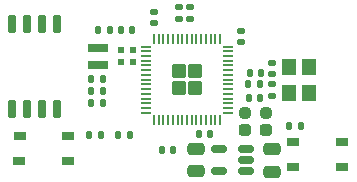
<source format=gbr>
%TF.GenerationSoftware,KiCad,Pcbnew,8.0.5*%
%TF.CreationDate,2024-10-28T11:27:34-07:00*%
%TF.ProjectId,card,63617264-2e6b-4696-9361-645f70636258,rev?*%
%TF.SameCoordinates,Original*%
%TF.FileFunction,Paste,Top*%
%TF.FilePolarity,Positive*%
%FSLAX46Y46*%
G04 Gerber Fmt 4.6, Leading zero omitted, Abs format (unit mm)*
G04 Created by KiCad (PCBNEW 8.0.5) date 2024-10-28 11:27:34*
%MOMM*%
%LPD*%
G01*
G04 APERTURE LIST*
G04 Aperture macros list*
%AMRoundRect*
0 Rectangle with rounded corners*
0 $1 Rounding radius*
0 $2 $3 $4 $5 $6 $7 $8 $9 X,Y pos of 4 corners*
0 Add a 4 corners polygon primitive as box body*
4,1,4,$2,$3,$4,$5,$6,$7,$8,$9,$2,$3,0*
0 Add four circle primitives for the rounded corners*
1,1,$1+$1,$2,$3*
1,1,$1+$1,$4,$5*
1,1,$1+$1,$6,$7*
1,1,$1+$1,$8,$9*
0 Add four rect primitives between the rounded corners*
20,1,$1+$1,$2,$3,$4,$5,0*
20,1,$1+$1,$4,$5,$6,$7,0*
20,1,$1+$1,$6,$7,$8,$9,0*
20,1,$1+$1,$8,$9,$2,$3,0*%
%AMFreePoly0*
4,1,18,-0.437500,0.050000,-0.433694,0.069134,-0.422855,0.085355,-0.406634,0.096194,-0.387500,0.100000,0.387500,0.100000,0.437500,0.050000,0.437500,-0.050000,0.433694,-0.069134,0.422855,-0.085355,0.406634,-0.096194,0.387500,-0.100000,-0.387500,-0.100000,-0.406634,-0.096194,-0.422855,-0.085355,-0.433694,-0.069134,-0.437500,-0.050000,-0.437500,0.050000,-0.437500,0.050000,$1*%
%AMFreePoly1*
4,1,18,-0.437500,0.050000,-0.433694,0.069134,-0.422855,0.085355,-0.406634,0.096194,-0.387500,0.100000,0.387500,0.100000,0.406634,0.096194,0.422855,0.085355,0.433694,0.069134,0.437500,0.050000,0.437500,-0.050000,0.387500,-0.100000,-0.387500,-0.100000,-0.406634,-0.096194,-0.422855,-0.085355,-0.433694,-0.069134,-0.437500,-0.050000,-0.437500,0.050000,-0.437500,0.050000,$1*%
%AMFreePoly2*
4,1,18,-0.100000,0.387500,-0.050000,0.437500,0.050000,0.437500,0.069134,0.433694,0.085355,0.422855,0.096194,0.406634,0.100000,0.387500,0.100000,-0.387500,0.096194,-0.406634,0.085355,-0.422855,0.069134,-0.433694,0.050000,-0.437500,-0.050000,-0.437500,-0.069134,-0.433694,-0.085355,-0.422855,-0.096194,-0.406634,-0.100000,-0.387500,-0.100000,0.387500,-0.100000,0.387500,$1*%
%AMFreePoly3*
4,1,18,-0.100000,0.387500,-0.096194,0.406634,-0.085355,0.422855,-0.069134,0.433694,-0.050000,0.437500,0.050000,0.437500,0.100000,0.387500,0.100000,-0.387500,0.096194,-0.406634,0.085355,-0.422855,0.069134,-0.433694,0.050000,-0.437500,-0.050000,-0.437500,-0.069134,-0.433694,-0.085355,-0.422855,-0.096194,-0.406634,-0.100000,-0.387500,-0.100000,0.387500,-0.100000,0.387500,$1*%
%AMFreePoly4*
4,1,18,-0.437500,0.050000,-0.433694,0.069134,-0.422855,0.085355,-0.406634,0.096194,-0.387500,0.100000,0.387500,0.100000,0.406634,0.096194,0.422855,0.085355,0.433694,0.069134,0.437500,0.050000,0.437500,-0.050000,0.433694,-0.069134,0.422855,-0.085355,0.406634,-0.096194,0.387500,-0.100000,-0.387500,-0.100000,-0.437500,-0.050000,-0.437500,0.050000,-0.437500,0.050000,$1*%
%AMFreePoly5*
4,1,18,-0.437500,0.050000,-0.387500,0.100000,0.387500,0.100000,0.406634,0.096194,0.422855,0.085355,0.433694,0.069134,0.437500,0.050000,0.437500,-0.050000,0.433694,-0.069134,0.422855,-0.085355,0.406634,-0.096194,0.387500,-0.100000,-0.387500,-0.100000,-0.406634,-0.096194,-0.422855,-0.085355,-0.433694,-0.069134,-0.437500,-0.050000,-0.437500,0.050000,-0.437500,0.050000,$1*%
%AMFreePoly6*
4,1,18,-0.100000,0.387500,-0.096194,0.406634,-0.085355,0.422855,-0.069134,0.433694,-0.050000,0.437500,0.050000,0.437500,0.069134,0.433694,0.085355,0.422855,0.096194,0.406634,0.100000,0.387500,0.100000,-0.387500,0.050000,-0.437500,-0.050000,-0.437500,-0.069134,-0.433694,-0.085355,-0.422855,-0.096194,-0.406634,-0.100000,-0.387500,-0.100000,0.387500,-0.100000,0.387500,$1*%
%AMFreePoly7*
4,1,18,-0.100000,0.387500,-0.096194,0.406634,-0.085355,0.422855,-0.069134,0.433694,-0.050000,0.437500,0.050000,0.437500,0.069134,0.433694,0.085355,0.422855,0.096194,0.406634,0.100000,0.387500,0.100000,-0.387500,0.096194,-0.406634,0.085355,-0.422855,0.069134,-0.433694,0.050000,-0.437500,-0.050000,-0.437500,-0.100000,-0.387500,-0.100000,0.387500,-0.100000,0.387500,$1*%
G04 Aperture macros list end*
%ADD10RoundRect,0.135000X-0.135000X-0.185000X0.135000X-0.185000X0.135000X0.185000X-0.135000X0.185000X0*%
%ADD11RoundRect,0.140000X0.140000X0.170000X-0.140000X0.170000X-0.140000X-0.170000X0.140000X-0.170000X0*%
%ADD12RoundRect,0.250000X-0.475000X0.250000X-0.475000X-0.250000X0.475000X-0.250000X0.475000X0.250000X0*%
%ADD13RoundRect,0.237500X0.287500X0.237500X-0.287500X0.237500X-0.287500X-0.237500X0.287500X-0.237500X0*%
%ADD14RoundRect,0.140000X-0.140000X-0.170000X0.140000X-0.170000X0.140000X0.170000X-0.140000X0.170000X0*%
%ADD15R,0.530000X0.470000*%
%ADD16RoundRect,0.150000X0.512500X0.150000X-0.512500X0.150000X-0.512500X-0.150000X0.512500X-0.150000X0*%
%ADD17RoundRect,0.140000X-0.170000X0.140000X-0.170000X-0.140000X0.170000X-0.140000X0.170000X0.140000X0*%
%ADD18R,1.200000X1.400000*%
%ADD19RoundRect,0.140000X0.170000X-0.140000X0.170000X0.140000X-0.170000X0.140000X-0.170000X-0.140000X0*%
%ADD20RoundRect,0.250000X0.350000X-0.350000X0.350000X0.350000X-0.350000X0.350000X-0.350000X-0.350000X0*%
%ADD21FreePoly0,90.000000*%
%ADD22RoundRect,0.050000X0.050000X-0.387500X0.050000X0.387500X-0.050000X0.387500X-0.050000X-0.387500X0*%
%ADD23FreePoly1,90.000000*%
%ADD24FreePoly2,90.000000*%
%ADD25RoundRect,0.050000X0.387500X-0.050000X0.387500X0.050000X-0.387500X0.050000X-0.387500X-0.050000X0*%
%ADD26FreePoly3,90.000000*%
%ADD27FreePoly4,90.000000*%
%ADD28FreePoly5,90.000000*%
%ADD29FreePoly6,90.000000*%
%ADD30FreePoly7,90.000000*%
%ADD31R,1.050000X0.650000*%
%ADD32RoundRect,0.237500X-0.250000X-0.237500X0.250000X-0.237500X0.250000X0.237500X-0.250000X0.237500X0*%
%ADD33RoundRect,0.135000X0.135000X0.185000X-0.135000X0.185000X-0.135000X-0.185000X0.135000X-0.185000X0*%
%ADD34RoundRect,0.150000X0.150000X-0.650000X0.150000X0.650000X-0.150000X0.650000X-0.150000X-0.650000X0*%
%ADD35R,1.700000X0.700000*%
G04 APERTURE END LIST*
D10*
%TO.C,R3*%
X93450000Y-115725000D03*
X94470000Y-115725000D03*
%TD*%
D11*
%TO.C,C4*%
X93870000Y-121880000D03*
X92910000Y-121880000D03*
%TD*%
D12*
%TO.C,C11*%
X101775000Y-125750000D03*
X101775000Y-127650000D03*
%TD*%
D11*
%TO.C,C1*%
X99810000Y-125850000D03*
X98850000Y-125850000D03*
%TD*%
D13*
%TO.C,D1*%
X107675000Y-124200000D03*
X105925000Y-124200000D03*
%TD*%
D14*
%TO.C,C6*%
X102020000Y-124500000D03*
X102980000Y-124500000D03*
%TD*%
D15*
%TO.C,C16*%
X96400000Y-118440000D03*
X96400000Y-117410000D03*
%TD*%
D16*
%TO.C,U2*%
X105975000Y-127650000D03*
X105975000Y-126700000D03*
X105975000Y-125750000D03*
X103700000Y-125750000D03*
X103700000Y-127650000D03*
%TD*%
D11*
%TO.C,C5*%
X96130000Y-124600000D03*
X95170000Y-124600000D03*
%TD*%
D12*
%TO.C,C12*%
X108200000Y-125800000D03*
X108200000Y-127700000D03*
%TD*%
D17*
%TO.C,C13*%
X108200000Y-120300000D03*
X108200000Y-121260000D03*
%TD*%
D18*
%TO.C,Y1*%
X111300000Y-121025000D03*
X111300000Y-118825000D03*
X109600000Y-118825000D03*
X109600000Y-121025000D03*
%TD*%
D19*
%TO.C,C3*%
X100280000Y-114740000D03*
X100280000Y-113780000D03*
%TD*%
D10*
%TO.C,R4*%
X92690000Y-124600000D03*
X93710000Y-124600000D03*
%TD*%
%TO.C,R6*%
X92890000Y-119875000D03*
X93910000Y-119875000D03*
%TD*%
%TO.C,R7*%
X92880000Y-120900000D03*
X93900000Y-120900000D03*
%TD*%
D20*
%TO.C,U1*%
X100300000Y-120600000D03*
X101700000Y-120600000D03*
X100300000Y-119200000D03*
X101700000Y-119200000D03*
D21*
X98200000Y-123337500D03*
D22*
X98600000Y-123337500D03*
X99000000Y-123337500D03*
X99400000Y-123337500D03*
X99800000Y-123337500D03*
X100200000Y-123337500D03*
X100600000Y-123337500D03*
X101000000Y-123337500D03*
X101400000Y-123337500D03*
X101800000Y-123337500D03*
X102200000Y-123337500D03*
X102600000Y-123337500D03*
X103000000Y-123337500D03*
X103400000Y-123337500D03*
D23*
X103800000Y-123337500D03*
D24*
X104437500Y-122700000D03*
D25*
X104437500Y-122300000D03*
X104437500Y-121900000D03*
X104437500Y-121500000D03*
X104437500Y-121100000D03*
X104437500Y-120700000D03*
X104437500Y-120300000D03*
X104437500Y-119900000D03*
X104437500Y-119500000D03*
X104437500Y-119100000D03*
X104437500Y-118700000D03*
X104437500Y-118300000D03*
X104437500Y-117900000D03*
X104437500Y-117500000D03*
D26*
X104437500Y-117100000D03*
D27*
X103800000Y-116462500D03*
D22*
X103400000Y-116462500D03*
X103000000Y-116462500D03*
X102600000Y-116462500D03*
X102200000Y-116462500D03*
X101800000Y-116462500D03*
X101400000Y-116462500D03*
X101000000Y-116462500D03*
X100600000Y-116462500D03*
X100200000Y-116462500D03*
X99800000Y-116462500D03*
X99400000Y-116462500D03*
X99000000Y-116462500D03*
X98600000Y-116462500D03*
D28*
X98200000Y-116462500D03*
D29*
X97562500Y-117100000D03*
D25*
X97562500Y-117500000D03*
X97562500Y-117900000D03*
X97562500Y-118300000D03*
X97562500Y-118700000D03*
X97562500Y-119100000D03*
X97562500Y-119500000D03*
X97562500Y-119900000D03*
X97562500Y-120300000D03*
X97562500Y-120700000D03*
X97562500Y-121100000D03*
X97562500Y-121500000D03*
X97562500Y-121900000D03*
X97562500Y-122300000D03*
D30*
X97562500Y-122700000D03*
%TD*%
D15*
%TO.C,C15*%
X95400000Y-118440000D03*
X95400000Y-117410000D03*
%TD*%
D19*
%TO.C,C8*%
X101280000Y-114740000D03*
X101280000Y-113780000D03*
%TD*%
D14*
%TO.C,C17*%
X95400000Y-115725000D03*
X96360000Y-115725000D03*
%TD*%
D19*
%TO.C,C9*%
X105600000Y-116725000D03*
X105600000Y-115765000D03*
%TD*%
%TO.C,C14*%
X108200000Y-119425000D03*
X108200000Y-118465000D03*
%TD*%
D10*
%TO.C,R5*%
X109640000Y-123850000D03*
X110660000Y-123850000D03*
%TD*%
D31*
%TO.C,SW2*%
X114135000Y-127325000D03*
X109985000Y-127325000D03*
X114135000Y-125175000D03*
X110010000Y-125175000D03*
%TD*%
D14*
%TO.C,C10*%
X106220000Y-121450000D03*
X107180000Y-121450000D03*
%TD*%
D32*
%TO.C,R1*%
X105887500Y-122700000D03*
X107712500Y-122700000D03*
%TD*%
D14*
%TO.C,C2*%
X106320000Y-119325000D03*
X107280000Y-119325000D03*
%TD*%
D33*
%TO.C,R2*%
X107210000Y-120300000D03*
X106190000Y-120300000D03*
%TD*%
D19*
%TO.C,C7*%
X98200000Y-115125000D03*
X98200000Y-114165000D03*
%TD*%
D34*
%TO.C,U3*%
X86185000Y-122410000D03*
X87455000Y-122410000D03*
X88725000Y-122410000D03*
X89995000Y-122410000D03*
X89995000Y-115210000D03*
X88725000Y-115210000D03*
X87455000Y-115210000D03*
X86185000Y-115210000D03*
%TD*%
D31*
%TO.C,SW1*%
X90950000Y-126800000D03*
X86800000Y-126800000D03*
X90950000Y-124650000D03*
X86825000Y-124650000D03*
%TD*%
D35*
%TO.C,L1*%
X93500000Y-118625000D03*
X93500000Y-117225000D03*
%TD*%
M02*

</source>
